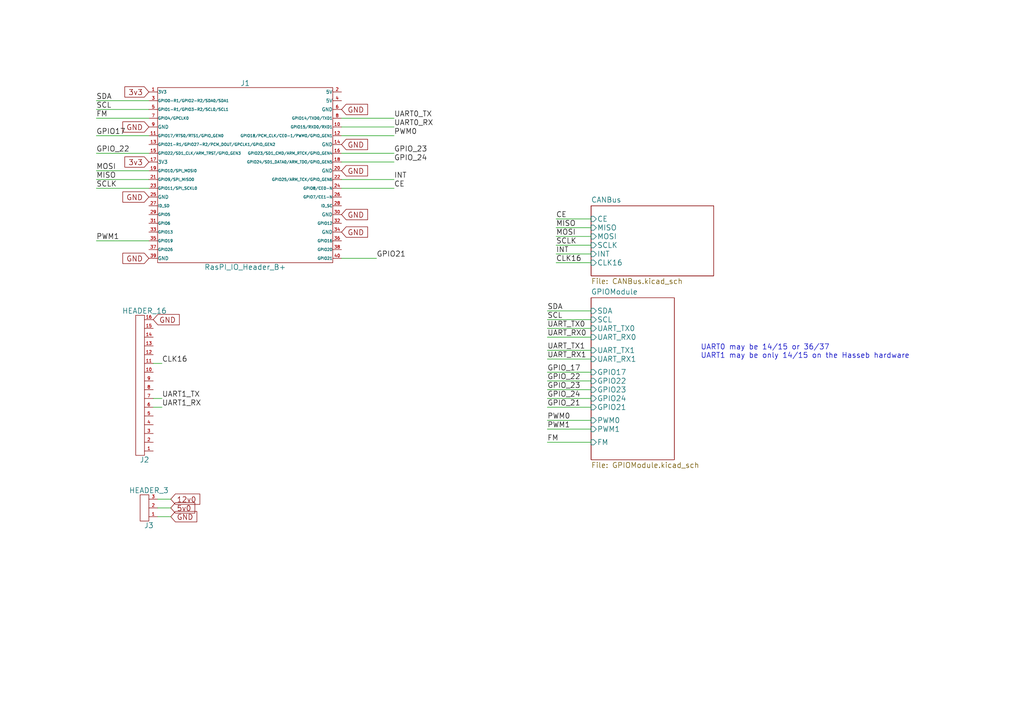
<source format=kicad_sch>
(kicad_sch (version 20230121) (generator eeschema)
  (paper "A4")
  (lib_symbols
    (symbol "PiMainboard-rescue:HEADER_16" (pin_names (offset 0))
      (property "Reference" "J" (at 0 21.59 0))
      (property "Value" "HEADER_16" (at 0 -21.59 0))
      (symbol "HEADER_16_0_1"
        (rectangle (start 2.54 20.32) (end 0 -20.32))
      )
      (symbol "HEADER_16_1_1"
        (pin passive line (at -2.54 19.05 0) (length 2.54) (name "~") (number "1"))
        (pin passive line (at -2.54 -3.81 0) (length 2.54) (name "~") (number "10"))
        (pin passive line (at -2.54 -6.35 0) (length 2.54) (name "~") (number "11"))
        (pin passive line (at -2.54 -8.89 0) (length 2.54) (name "~") (number "12"))
        (pin passive line (at -2.54 -11.43 0) (length 2.54) (name "~") (number "13"))
        (pin passive line (at -2.54 -13.97 0) (length 2.54) (name "~") (number "14"))
        (pin passive line (at -2.54 -16.51 0) (length 2.54) (name "~") (number "15"))
        (pin passive line (at -2.54 -19.05 0) (length 2.54) (name "~") (number "16"))
        (pin passive line (at -2.54 16.51 0) (length 2.54) (name "~") (number "2"))
        (pin passive line (at -2.54 13.97 0) (length 2.54) (name "~") (number "3"))
        (pin passive line (at -2.54 11.43 0) (length 2.54) (name "~") (number "4"))
        (pin passive line (at -2.54 8.89 0) (length 2.54) (name "~") (number "5"))
        (pin passive line (at -2.54 6.35 0) (length 2.54) (name "~") (number "6"))
        (pin passive line (at -2.54 3.81 0) (length 2.54) (name "~") (number "7"))
        (pin passive line (at -2.54 1.27 0) (length 2.54) (name "~") (number "8"))
        (pin passive line (at -2.54 -1.27 0) (length 2.54) (name "~") (number "9"))
      )
    )
    (symbol "PiMainboard-rescue:HEADER_3" (pin_names (offset 0))
      (property "Reference" "J" (at 0 5.08 0))
      (property "Value" "HEADER_3" (at 0 -5.08 0))
      (symbol "HEADER_3_0_1"
        (rectangle (start 2.54 3.81) (end 0 -3.81))
      )
      (symbol "HEADER_3_1_1"
        (pin passive line (at -2.54 2.54 0) (length 2.54) (name "~") (number "1"))
        (pin passive line (at -2.54 0 0) (length 2.54) (name "~") (number "2"))
        (pin passive line (at -2.54 -2.54 0) (length 2.54) (name "~") (number "3"))
      )
    )
    (symbol "PiMainboard-rescue:RasPI_IO_Header_B+" (pin_names (offset 0.0254))
      (property "Reference" "J" (at 0 26.67 0))
      (property "Value" "RasPI_IO_Header_B+" (at 0 -26.67 0))
      (symbol "RasPI_IO_Header_B+_0_1"
        (rectangle (start -25.4 25.4) (end 25.4 -25.4))
      )
      (symbol "RasPI_IO_Header_B+_1_1"
        (pin passive line (at -27.94 24.13 0) (length 2.54) (name "3V3") (number "1"))
        (pin passive line (at 27.94 13.97 180) (length 2.54) (name "GPIO15/RXD0/RXD1") (number "10"))
        (pin passive line (at -27.94 11.43 0) (length 2.54) (name "GPIO17/RTS0/RTS1/GPIO_GEN0") (number "11"))
        (pin passive line (at 27.94 11.43 180) (length 2.54) (name "GPIO18/PCM_CLK/CE0-1/PWM0/GPIO_GEN1") (number "12"))
        (pin passive line (at -27.94 8.89 0) (length 2.54) (name "GPIO21-R1/GPIO27-R2/PCM_DOUT/GPCLK1/GPIO_GEN2") (number "13"))
        (pin passive line (at 27.94 8.89 180) (length 2.54) (name "GND") (number "14"))
        (pin passive line (at -27.94 6.35 0) (length 2.54) (name "GPIO22/SD1_CLK/ARM_TRST/GPIO_GEN3") (number "15"))
        (pin passive line (at 27.94 6.35 180) (length 2.54) (name "GPIO23/SD1_CMD/ARM_RTCK/GPIO_GEN4") (number "16"))
        (pin passive line (at -27.94 3.81 0) (length 2.54) (name "3V3") (number "17"))
        (pin passive line (at 27.94 3.81 180) (length 2.54) (name "GPIO24/SD1_DATA0/ARM_TDO/GPIO_GEN5") (number "18"))
        (pin passive line (at -27.94 1.27 0) (length 2.54) (name "GPIO10/SPI_MOSI0") (number "19"))
        (pin passive line (at 27.94 24.13 180) (length 2.54) (name "5V") (number "2"))
        (pin passive line (at 27.94 1.27 180) (length 2.54) (name "GND") (number "20"))
        (pin passive line (at -27.94 -1.27 0) (length 2.54) (name "GPIO9/SPI_MISO0") (number "21"))
        (pin passive line (at 27.94 -1.27 180) (length 2.54) (name "GPIO25/ARM_TCK/GPIO_GEN6") (number "22"))
        (pin passive line (at -27.94 -3.81 0) (length 2.54) (name "GPIO11/SPI_SCKL0") (number "23"))
        (pin passive line (at 27.94 -3.81 180) (length 2.54) (name "GPIO8/CE0-N") (number "24"))
        (pin passive line (at -27.94 -6.35 0) (length 2.54) (name "GND") (number "25"))
        (pin passive line (at 27.94 -6.35 180) (length 2.54) (name "GPIO7/CE1-N") (number "26"))
        (pin passive line (at -27.94 -8.89 0) (length 2.54) (name "ID_SD") (number "27"))
        (pin passive line (at 27.94 -8.89 180) (length 2.54) (name "ID_SC") (number "28"))
        (pin passive line (at -27.94 -11.43 0) (length 2.54) (name "GPIO5") (number "29"))
        (pin passive line (at -27.94 21.59 0) (length 2.54) (name "GPIO0-R1/GPIO2-R2/SDA0/SDA1") (number "3"))
        (pin passive line (at 27.94 -11.43 180) (length 2.54) (name "GND") (number "30"))
        (pin passive line (at -27.94 -13.97 0) (length 2.54) (name "GPIO6") (number "31"))
        (pin passive line (at 27.94 -13.97 180) (length 2.54) (name "GPIO12") (number "32"))
        (pin passive line (at -27.94 -16.51 0) (length 2.54) (name "GPIO13") (number "33"))
        (pin passive line (at 27.94 -16.51 180) (length 2.54) (name "GND") (number "34"))
        (pin passive line (at -27.94 -19.05 0) (length 2.54) (name "GPIO19") (number "35"))
        (pin passive line (at 27.94 -19.05 180) (length 2.54) (name "GPIO16") (number "36"))
        (pin passive line (at -27.94 -21.59 0) (length 2.54) (name "GPIO26") (number "37"))
        (pin passive line (at 27.94 -21.59 180) (length 2.54) (name "GPIO20") (number "38"))
        (pin passive line (at -27.94 -24.13 0) (length 2.54) (name "GND") (number "39"))
        (pin passive line (at 27.94 21.59 180) (length 2.54) (name "5V") (number "4"))
        (pin passive line (at 27.94 -24.13 180) (length 2.54) (name "GPIO21") (number "40"))
        (pin passive line (at -27.94 19.05 0) (length 2.54) (name "GPIO1-R1/GPIO3-R2/SCL0/SCL1") (number "5"))
        (pin passive line (at 27.94 19.05 180) (length 2.54) (name "GND") (number "6"))
        (pin passive line (at -27.94 16.51 0) (length 2.54) (name "GPIO4/GPCLK0") (number "7"))
        (pin passive line (at 27.94 16.51 180) (length 2.54) (name "GPIO14/TXD0/TXD1") (number "8"))
        (pin passive line (at -27.94 13.97 0) (length 2.54) (name "GND") (number "9"))
      )
    )
  )
  (wire (pts (xy 99.06 34.29) (xy 114.3 34.29)))
  (wire (pts (xy 171.45 110.49) (xy 158.75 110.49)))
  (wire (pts (xy 171.45 90.17) (xy 158.75 90.17)))
  (wire (pts (xy 171.45 107.95) (xy 158.75 107.95)))
  (wire (pts (xy 45.72 144.78) (xy 49.53 144.78)))
  (wire (pts (xy 171.45 73.66) (xy 161.29 73.66)))
  (wire (pts (xy 45.72 149.86) (xy 49.53 149.86)))
  (wire (pts (xy 43.18 49.53) (xy 27.94 49.53)))
  (wire (pts (xy 158.75 124.46) (xy 171.45 124.46)))
  (wire (pts (xy 99.06 52.07) (xy 114.3 52.07)))
  (wire (pts (xy 171.45 76.2) (xy 161.29 76.2)))
  (wire (pts (xy 44.45 115.57) (xy 46.99 115.57)))
  (wire (pts (xy 109.22 74.93) (xy 99.06 74.93)))
  (wire (pts (xy 171.45 63.5) (xy 161.29 63.5)))
  (wire (pts (xy 43.18 54.61) (xy 27.94 54.61)))
  (wire (pts (xy 43.18 29.21) (xy 27.94 29.21)))
  (wire (pts (xy 171.45 92.71) (xy 158.75 92.71)))
  (wire (pts (xy 171.45 66.04) (xy 161.29 66.04)))
  (wire (pts (xy 44.45 105.41) (xy 46.99 105.41)))
  (wire (pts (xy 43.18 52.07) (xy 27.94 52.07)))
  (wire (pts (xy 27.94 39.37) (xy 43.18 39.37)))
  (wire (pts (xy 44.45 118.11) (xy 46.99 118.11)))
  (wire (pts (xy 99.06 46.99) (xy 114.3 46.99)))
  (wire (pts (xy 171.45 97.79) (xy 158.75 97.79)))
  (wire (pts (xy 171.45 71.12) (xy 161.29 71.12)))
  (wire (pts (xy 99.06 54.61) (xy 114.3 54.61)))
  (wire (pts (xy 43.18 69.85) (xy 27.94 69.85)))
  (wire (pts (xy 171.45 113.03) (xy 158.75 113.03)))
  (wire (pts (xy 43.18 44.45) (xy 27.94 44.45)))
  (wire (pts (xy 99.06 36.83) (xy 114.3 36.83)))
  (wire (pts (xy 171.45 121.92) (xy 158.75 121.92)))
  (wire (pts (xy 171.45 95.25) (xy 158.75 95.25)))
  (wire (pts (xy 99.06 39.37) (xy 114.3 39.37)))
  (wire (pts (xy 171.45 128.27) (xy 158.75 128.27)))
  (wire (pts (xy 43.18 31.75) (xy 27.94 31.75)))
  (wire (pts (xy 171.45 104.14) (xy 158.75 104.14)))
  (wire (pts (xy 45.72 147.32) (xy 49.53 147.32)))
  (wire (pts (xy 171.45 68.58) (xy 161.29 68.58)))
  (wire (pts (xy 171.45 115.57) (xy 158.75 115.57)))
  (wire (pts (xy 99.06 44.45) (xy 114.3 44.45)))
  (wire (pts (xy 171.45 101.6) (xy 158.75 101.6)))
  (wire (pts (xy 43.18 34.29) (xy 27.94 34.29)))
  (wire (pts (xy 171.45 118.11) (xy 158.75 118.11)))
  (text "UART0 may be 14/15 or 36/37\nUART1 may be only 14/15 on the Hasseb hardware" (at 203.2 104.14 0) (effects (font (size 1.524 1.524)) (justify left bottom)))
  (label "SCL" (at 27.94 31.75 0) (effects (font (size 1.524 1.524))))
  (label "SCLK" (at 161.29 71.12 0) (effects (font (size 1.524 1.524))))
  (label "PWM0" (at 158.75 121.92 0) (effects (font (size 1.524 1.524))))
  (label "PWM0" (at 114.3 39.37 0) (effects (font (size 1.524 1.524))))
  (label "SCL" (at 158.75 92.71 0) (effects (font (size 1.524 1.524))))
  (label "SCLK" (at 27.94 54.61 0) (effects (font (size 1.524 1.524))))
  (label "MISO" (at 27.94 52.07 0) (effects (font (size 1.524 1.524))))
  (label "GPIO_23" (at 158.75 113.03 0) (effects (font (size 1.524 1.524))))
  (label "CE" (at 161.29 63.5 0) (effects (font (size 1.524 1.524))))
  (label "GPIO_22" (at 158.75 110.49 0) (effects (font (size 1.524 1.524))))
  (label "GPIO17" (at 27.94 39.37 0) (effects (font (size 1.524 1.524))))
  (label "GPIO_21" (at 158.75 118.11 0) (effects (font (size 1.524 1.524))))
  (label "FM" (at 158.75 128.27 0) (effects (font (size 1.524 1.524))))
  (label "UART_RX0" (at 158.75 97.79 0) (effects (font (size 1.524 1.524))))
  (label "UART0_RX" (at 114.3 36.83 0) (effects (font (size 1.524 1.524))))
  (label "UART0_TX" (at 114.3 34.29 0) (effects (font (size 1.524 1.524))))
  (label "MOSI" (at 27.94 49.53 0) (effects (font (size 1.524 1.524))))
  (label "SDA" (at 158.75 90.17 0) (effects (font (size 1.524 1.524))))
  (label "SDA" (at 27.94 29.21 0) (effects (font (size 1.524 1.524))))
  (label "PWM1" (at 158.75 124.46 0) (effects (font (size 1.524 1.524))))
  (label "GPIO_22" (at 27.94 44.45 0) (effects (font (size 1.524 1.524))))
  (label "PWM1" (at 27.94 69.85 0) (effects (font (size 1.524 1.524))))
  (label "INT" (at 161.29 73.66 0) (effects (font (size 1.524 1.524))))
  (label "GPIO21" (at 109.22 74.93 0) (effects (font (size 1.524 1.524))))
  (label "CE" (at 114.3 54.61 0) (effects (font (size 1.524 1.524))))
  (label "MOSI" (at 161.29 68.58 0) (effects (font (size 1.524 1.524))))
  (label "UART_TX0" (at 158.75 95.25 0) (effects (font (size 1.524 1.524))))
  (label "UART_RX1" (at 158.75 104.14 0) (effects (font (size 1.524 1.524))))
  (label "CLK16" (at 46.99 105.41 0) (effects (font (size 1.524 1.524))))
  (label "GPIO_23" (at 114.3 44.45 0) (effects (font (size 1.524 1.524))))
  (label "GPIO_24" (at 114.3 46.99 0) (effects (font (size 1.524 1.524))))
  (label "INT" (at 114.3 52.07 0) (effects (font (size 1.524 1.524))))
  (label "UART1_RX" (at 46.99 118.11 0) (effects (font (size 1.524 1.524))))
  (label "MISO" (at 161.29 66.04 0) (effects (font (size 1.524 1.524))))
  (label "GPIO_24" (at 158.75 115.57 0) (effects (font (size 1.524 1.524))))
  (label "CLK16" (at 161.29 76.2 0) (effects (font (size 1.524 1.524))))
  (label "UART_TX1" (at 158.75 101.6 0) (effects (font (size 1.524 1.524))))
  (label "UART1_TX" (at 46.99 115.57 0) (effects (font (size 1.524 1.524))))
  (label "FM" (at 27.94 34.29 0) (effects (font (size 1.524 1.524))))
  (label "GPIO_17" (at 158.75 107.95 0) (effects (font (size 1.524 1.524))))
  (global_label "12v0" (shape input) (at 49.53 144.78 0) (effects (font (size 1.524 1.524))) (property "Intersheetrefs" "${INTERSHEET_REFS}" (effects hide)))
  (global_label "GND" (shape input) (at 99.06 67.31 0) (effects (font (size 1.524 1.524))) (property "Intersheetrefs" "${INTERSHEET_REFS}" (effects hide)))
  (global_label "GND" (shape input) (at 99.06 41.91 0) (effects (font (size 1.524 1.524))) (property "Intersheetrefs" "${INTERSHEET_REFS}" (effects hide)))
  (global_label "GND" (shape input) (at 43.18 74.93 180) (effects (font (size 1.524 1.524))) (property "Intersheetrefs" "${INTERSHEET_REFS}" (effects hide)))
  (global_label "GND" (shape input) (at 43.18 57.15 180) (effects (font (size 1.524 1.524))) (property "Intersheetrefs" "${INTERSHEET_REFS}" (effects hide)))
  (global_label "GND" (shape input) (at 43.18 36.83 180) (effects (font (size 1.524 1.524))) (property "Intersheetrefs" "${INTERSHEET_REFS}" (effects hide)))
  (global_label "5v0" (shape input) (at 49.53 147.32 0) (effects (font (size 1.524 1.524))) (property "Intersheetrefs" "${INTERSHEET_REFS}" (effects hide)))
  (global_label "GND" (shape input) (at 44.45 92.71 0) (effects (font (size 1.524 1.524))) (property "Intersheetrefs" "${INTERSHEET_REFS}" (effects hide)))
  (global_label "3v3" (shape input) (at 43.18 46.99 180) (effects (font (size 1.524 1.524))) (property "Intersheetrefs" "${INTERSHEET_REFS}" (effects hide)))
  (global_label "GND" (shape input) (at 99.06 62.23 0) (effects (font (size 1.524 1.524))) (property "Intersheetrefs" "${INTERSHEET_REFS}" (effects hide)))
  (global_label "3v3" (shape input) (at 43.18 26.67 180) (effects (font (size 1.524 1.524))) (property "Intersheetrefs" "${INTERSHEET_REFS}" (effects hide)))
  (global_label "GND" (shape input) (at 99.06 31.75 0) (effects (font (size 1.524 1.524))) (property "Intersheetrefs" "${INTERSHEET_REFS}" (effects hide)))
  (global_label "GND" (shape input) (at 49.53 149.86 0) (effects (font (size 1.524 1.524))) (property "Intersheetrefs" "${INTERSHEET_REFS}" (effects hide)))
  (global_label "GND" (shape input) (at 99.06 49.53 0) (effects (font (size 1.524 1.524))) (property "Intersheetrefs" "${INTERSHEET_REFS}" (effects hide)))
  (symbol (lib_id "PiMainboard-rescue:HEADER_16") (at 41.91 111.76 180) (unit 1)
    (property "Reference" "J2" (at 41.91 133.35 0) (effects (font (size 1.524 1.524))))
    (property "Value" "HEADER_16" (at 41.91 90.17 0) (effects (font (size 1.524 1.524))))
  )
  (symbol (lib_id "PiMainboard-rescue:RasPI_IO_Header_B+") (at 71.12 50.8 0) (unit 1)
    (property "Reference" "J1" (at 71.12 24.13 0) (effects (font (size 1.524 1.524))))
    (property "Value" "RasPI_IO_Header_B+" (at 71.12 77.47 0) (effects (font (size 1.524 1.524))))
  )
  (symbol (lib_id "PiMainboard-rescue:HEADER_3") (at 43.18 147.32 180) (unit 1)
    (property "Reference" "J3" (at 43.18 152.4 0) (effects (font (size 1.524 1.524))))
    (property "Value" "HEADER_3" (at 43.18 142.24 0) (effects (font (size 1.524 1.524))))
  )
  (sheet (at 171.45 59.69) (size 35.56 20.32)
    (property "Sheetname" "CANBus" (at 171.45 58.8514 0) (effects (font (size 1.524 1.524)) (justify left bottom)))
    (property "Sheetfile" "CANBus.kicad_sch" (at 171.45 80.6962 0) (effects (font (size 1.524 1.524)) (justify left top)))
    (pin "CE" input (at 171.45 63.5 180) (effects (font (size 1.524 1.524))))
    (pin "MISO" input (at 171.45 66.04 180) (effects (font (size 1.524 1.524))))
    (pin "MOSI" input (at 171.45 68.58 180) (effects (font (size 1.524 1.524))))
    (pin "SCLK" input (at 171.45 71.12 180) (effects (font (size 1.524 1.524))))
    (pin "INT" input (at 171.45 73.66 180) (effects (font (size 1.524 1.524))))
    (pin "CLK16" input (at 171.45 76.2 180) (effects (font (size 1.524 1.524))))
  )
  (sheet (at 171.45 86.36) (size 24.13 46.99)
    (property "Sheetname" "GPIOModule" (at 171.45 85.5214 0) (effects (font (size 1.524 1.524)) (justify left bottom)))
    (property "Sheetfile" "GPIOModule.kicad_sch" (at 171.45 134.0362 0) (effects (font (size 1.524 1.524)) (justify left top)))
    (pin "SDA" input (at 171.45 90.17 180) (effects (font (size 1.524 1.524))))
    (pin "SCL" input (at 171.45 92.71 180) (effects (font (size 1.524 1.524))))
    (pin "UART_TX0" input (at 171.45 95.25 180) (effects (font (size 1.524 1.524))))
    (pin "UART_RX0" input (at 171.45 97.79 180) (effects (font (size 1.524 1.524))))
    (pin "UART_TX1" input (at 171.45 101.6 180) (effects (font (size 1.524 1.524))))
    (pin "UART_RX1" input (at 171.45 104.14 180) (effects (font (size 1.524 1.524))))
    (pin "GPIO17" input (at 171.45 107.95 180) (effects (font (size 1.524 1.524))))
    (pin "GPIO22" input (at 171.45 110.49 180) (effects (font (size 1.524 1.524))))
    (pin "GPIO24" input (at 171.45 115.57 180) (effects (font (size 1.524 1.524))))
    (pin "GPIO23" input (at 171.45 113.03 180) (effects (font (size 1.524 1.524))))
    (pin "FM" input (at 171.45 128.27 180) (effects (font (size 1.524 1.524))))
    (pin "PWM0" input (at 171.45 121.92 180) (effects (font (size 1.524 1.524))))
    (pin "PWM1" input (at 171.45 124.46 180) (effects (font (size 1.524 1.524))))
    (pin "GPIO21" input (at 171.45 118.11 180) (effects (font (size 1.524 1.524))))
  )
)
</source>
